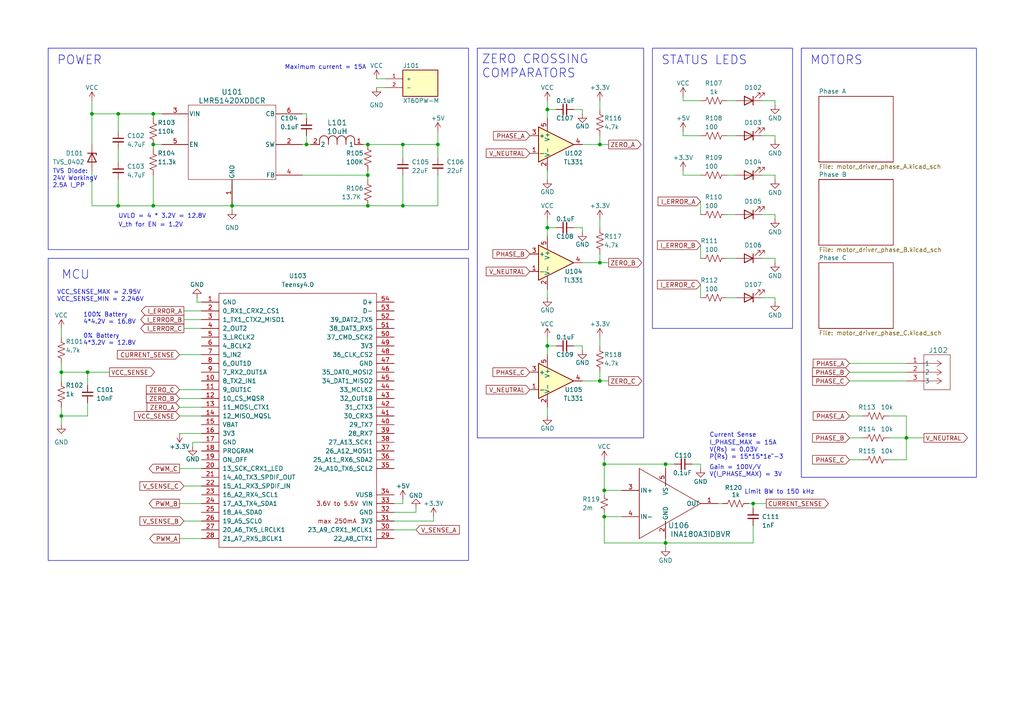
<source format=kicad_sch>
(kicad_sch (version 20230121) (generator eeschema)
  (paper "A4")
  (lib_symbols
    (symbol "Comparator:TL331" (pin_names (offset 0.127))
      (property "Reference" "U" (at 1.27 5.08 0))
      (property "Value" "TL331" (at 3.81 -5.08 0))
      (symbol "TL331_0_1"
        (polyline (pts (xy -5.08 5.08) (xy 5.08 0) (xy -5.08 -5.08) (xy -5.08 5.08)) (stroke (width 0.254)) (fill (type background)))
      )
      (symbol "TL331_1_1"
        (pin input line (at -7.62 -2.54 0) (length 2.54) (name "-") (number "1"))
        (pin power_in line (at -2.54 -7.62 90) (length 3.81) (name "V-") (number "2"))
        (pin input line (at -7.62 2.54 0) (length 2.54) (name "+") (number "3"))
        (pin open_collector line (at 7.62 0 180) (length 2.54) (name "~") (number "4"))
        (pin power_in line (at -2.54 7.62 270) (length 3.81) (name "V+") (number "5"))
      )
    )
    (symbol "Current_Sense_Amp:INA180A3IDBVR" (pin_names (offset 0.254))
      (property "Reference" "U5" (at 3.81 10.16 0))
      (property "Value" "INA180A3IDBVR" (at 10.16 7.62 0))
      (symbol "INA180A3IDBVR_0_1"
        (polyline (pts (xy -7.62 10.16) (xy -7.62 -10.16)) (stroke (width 0.2032)))
        (pin output line (at 15.24 0 180) (length 5.08) (name "OUT") (number "1"))
        (pin power_in line (at 0 -10.16 90) (length 5.08) (name "GND") (number "2"))
        (pin input line (at -12.7 3.81 0) (length 5.08) (name "IN+") (number "3"))
        (pin input line (at -12.7 -3.81 0) (length 5.08) (name "IN-") (number "4"))
        (pin power_in line (at 0 10.16 270) (length 5.08) (name "VS") (number "5"))
      )
      (symbol "INA180A3IDBVR_1_1"
        (polyline (pts (xy -7.62 -10.16) (xy 10.16 0)))
        (polyline (pts (xy -7.62 10.16) (xy 10.16 0)))
      )
    )
    (symbol "Device:C_Small" (pin_numbers hide) (pin_names (offset 0.254) hide)
      (property "Reference" "C" (at 0.254 1.778 0))
      (property "Value" "C_Small" (at 0.254 -2.032 0))
      (symbol "C_Small_0_1"
        (polyline (pts (xy -1.524 -0.508) (xy 1.524 -0.508)) (stroke (width 0.3302)))
        (polyline (pts (xy -1.524 0.508) (xy 1.524 0.508)) (stroke (width 0.3048)))
      )
      (symbol "C_Small_1_1"
        (pin passive line (at 0 2.54 270) (length 2.032) (name "~") (number "1"))
        (pin passive line (at 0 -2.54 90) (length 2.032) (name "~") (number "2"))
      )
    )
    (symbol "Device:D_Zener" (pin_numbers hide) (pin_names (offset 1.016) hide)
      (property "Reference" "D" (at 0 2.54 0))
      (property "Value" "D_Zener" (at 0 -2.54 0))
      (symbol "D_Zener_0_1"
        (polyline (pts (xy 1.27 0) (xy -1.27 0)))
        (polyline (pts (xy -1.27 -1.27) (xy -1.27 1.27) (xy -0.762 1.27)) (stroke (width 0.254)))
        (polyline (pts (xy 1.27 -1.27) (xy 1.27 1.27) (xy -1.27 0) (xy 1.27 -1.27)) (stroke (width 0.254)))
      )
      (symbol "D_Zener_1_1"
        (pin passive line (at -3.81 0 0) (length 2.54) (name "K") (number "1"))
        (pin passive line (at 3.81 0 180) (length 2.54) (name "A") (number "2"))
      )
    )
    (symbol "Device:LED" (pin_numbers hide) (pin_names (offset 1.016) hide)
      (property "Reference" "D" (at 0 2.54 0))
      (property "Value" "LED" (at 0 -2.54 0))
      (symbol "LED_0_1"
        (polyline (pts (xy -1.27 -1.27) (xy -1.27 1.27)) (stroke (width 0.254)))
        (polyline (pts (xy -1.27 0) (xy 1.27 0)))
        (polyline (pts (xy 1.27 -1.27) (xy 1.27 1.27) (xy -1.27 0) (xy 1.27 -1.27)) (stroke (width 0.254)))
        (polyline (pts (xy -3.048 -0.762) (xy -4.572 -2.286) (xy -3.81 -2.286) (xy -4.572 -2.286) (xy -4.572 -1.524)))
        (polyline (pts (xy -1.778 -0.762) (xy -3.302 -2.286) (xy -2.54 -2.286) (xy -3.302 -2.286) (xy -3.302 -1.524)))
      )
      (symbol "LED_1_1"
        (pin passive line (at -3.81 0 0) (length 2.54) (name "K") (number "1"))
        (pin passive line (at 3.81 0 180) (length 2.54) (name "A") (number "2"))
      )
    )
    (symbol "Device:R_Small_US" (pin_numbers hide) (pin_names (offset 0.254) hide)
      (property "Reference" "R" (at 0.762 0.508 0))
      (property "Value" "R_Small_US" (at 0.762 -1.016 0))
      (symbol "R_Small_US_1_1"
        (polyline (pts (xy 0 0) (xy 1.016 -0.381) (xy 0 -0.762) (xy -1.016 -1.143) (xy 0 -1.524)))
        (polyline (pts (xy 0 1.524) (xy 1.016 1.143) (xy 0 0.762) (xy -1.016 0.381) (xy 0 0)))
        (pin passive line (at 0 2.54 270) (length 1.016) (name "~") (number "1"))
        (pin passive line (at 0 -2.54 90) (length 1.016) (name "~") (number "2"))
      )
    )
    (symbol "Device:R_US" (pin_numbers hide) (pin_names (offset 0))
      (property "Reference" "R" (at 2.54 0 90))
      (property "Value" "R_US" (at -2.54 0 90))
      (symbol "R_US_0_1"
        (polyline (pts (xy 0 -2.286) (xy 0 -2.54)))
        (polyline (pts (xy 0 2.286) (xy 0 2.54)))
        (polyline (pts (xy 0 -0.762) (xy 1.016 -1.143) (xy 0 -1.524) (xy -1.016 -1.905) (xy 0 -2.286)))
        (polyline (pts (xy 0 0.762) (xy 1.016 0.381) (xy 0 0) (xy -1.016 -0.381) (xy 0 -0.762)))
        (polyline (pts (xy 0 2.286) (xy 1.016 1.905) (xy 0 1.524) (xy -1.016 1.143) (xy 0 0.762)))
      )
      (symbol "R_US_1_1"
        (pin passive line (at 0 3.81 270) (length 1.27) (name "~") (number "1"))
        (pin passive line (at 0 -3.81 90) (length 1.27) (name "~") (number "2"))
      )
    )
    (symbol "Indcutor:SRP6540-2R2M" (pin_names (offset 0.254))
      (property "Reference" "L" (at 6.985 5.08 0))
      (property "Value" "SRP6540-2R2M" (at 6.985 -2.54 0))
      (symbol "SRP6540-2R2M_1_1"
        (polyline (pts (xy 2.54 0) (xy 2.54 1.27)) (stroke (width 0.2032)))
        (polyline (pts (xy 5.08 0) (xy 5.08 1.27)) (stroke (width 0.2032)))
        (polyline (pts (xy 7.62 0) (xy 7.62 1.27)) (stroke (width 0.2032)))
        (polyline (pts (xy 10.16 0) (xy 10.16 1.27)) (stroke (width 0.2032)))
        (polyline (pts (xy 12.7 0) (xy 12.7 1.27)) (stroke (width 0.2032)))
        (arc (start 5.08 1.27) (mid 3.81 2.5345) (end 2.54 1.27) (stroke (width 0.2032)))
        (arc (start 7.62 1.27) (mid 6.35 2.5345) (end 5.08 1.27) (stroke (width 0.2032)))
        (arc (start 10.16 1.27) (mid 8.89 2.5345) (end 7.62 1.27) (stroke (width 0.2032)))
        (arc (start 12.7 1.27) (mid 11.43 2.5345) (end 10.16 1.27) (stroke (width 0.2032)))
        (pin unspecified line (at 15.24 0 180) (length 2.54) (name "1") (number "1"))
        (pin unspecified line (at 0 0 0) (length 2.54) (name "2") (number "2"))
      )
      (symbol "SRP6540-2R2M_1_2"
        (arc (start -1.27 5.08) (mid -2.5345 3.81) (end -1.27 2.54) (stroke (width 0.2032)))
        (arc (start -1.27 7.62) (mid -2.5345 6.35) (end -1.27 5.08) (stroke (width 0.2032)))
        (arc (start -1.27 10.16) (mid -2.5345 8.89) (end -1.27 7.62) (stroke (width 0.2032)))
        (arc (start -1.27 12.7) (mid -2.5345 11.43) (end -1.27 10.16) (stroke (width 0.2032)))
        (polyline (pts (xy 0 2.54) (xy -1.27 2.54)) (stroke (width 0.2032)))
        (polyline (pts (xy 0 5.08) (xy -1.27 5.08)) (stroke (width 0.2032)))
        (polyline (pts (xy 0 7.62) (xy -1.27 7.62)) (stroke (width 0.2032)))
        (polyline (pts (xy 0 10.16) (xy -1.27 10.16)) (stroke (width 0.2032)))
        (polyline (pts (xy 0 12.7) (xy -1.27 12.7)) (stroke (width 0.2032)))
        (pin unspecified line (at 0 15.24 270) (length 2.54) (name "1") (number "1"))
        (pin unspecified line (at 0 0 90) (length 2.54) (name "2") (number "2"))
      )
    )
    (symbol "Molex:39303037" (pin_names (offset 0.254))
      (property "Reference" "J" (at 8.89 6.35 0))
      (property "Value" "39303037" (at 0 0 0))
      (symbol "39303037_1_1"
        (polyline (pts (xy 5.08 -7.62) (xy 12.7 -7.62)) (stroke (width 0.127)))
        (polyline (pts (xy 5.08 2.54) (xy 5.08 -7.62)) (stroke (width 0.127)))
        (polyline (pts (xy 10.16 -5.08) (xy 5.08 -5.08)) (stroke (width 0.127)))
        (polyline (pts (xy 10.16 -5.08) (xy 8.89 -5.9267)) (stroke (width 0.127)))
        (polyline (pts (xy 10.16 -5.08) (xy 8.89 -4.2333)) (stroke (width 0.127)))
        (polyline (pts (xy 10.16 -2.54) (xy 5.08 -2.54)) (stroke (width 0.127)))
        (polyline (pts (xy 10.16 -2.54) (xy 8.89 -3.3867)) (stroke (width 0.127)))
        (polyline (pts (xy 10.16 -2.54) (xy 8.89 -1.6933)) (stroke (width 0.127)))
        (polyline (pts (xy 10.16 0) (xy 5.08 0)) (stroke (width 0.127)))
        (polyline (pts (xy 10.16 0) (xy 8.89 -0.8467)) (stroke (width 0.127)))
        (polyline (pts (xy 10.16 0) (xy 8.89 0.8467)) (stroke (width 0.127)))
        (polyline (pts (xy 12.7 -7.62) (xy 12.7 2.54)) (stroke (width 0.127)))
        (polyline (pts (xy 12.7 2.54) (xy 5.08 2.54)) (stroke (width 0.127)))
        (pin unspecified line (at 0 0 0) (length 5.08) (name "1") (number "1"))
        (pin unspecified line (at 0 -2.54 0) (length 5.08) (name "2") (number "2"))
        (pin unspecified line (at 0 -5.08 0) (length 5.08) (name "3") (number "3"))
      )
      (symbol "39303037_1_2"
        (polyline (pts (xy 5.08 -7.62) (xy 12.7 -7.62)) (stroke (width 0.127)))
        (polyline (pts (xy 5.08 2.54) (xy 5.08 -7.62)) (stroke (width 0.127)))
        (polyline (pts (xy 7.62 -5.08) (xy 5.08 -5.08)) (stroke (width 0.127)))
        (polyline (pts (xy 7.62 -5.08) (xy 8.89 -5.9267)) (stroke (width 0.127)))
        (polyline (pts (xy 7.62 -5.08) (xy 8.89 -4.2333)) (stroke (width 0.127)))
        (polyline (pts (xy 7.62 -2.54) (xy 5.08 -2.54)) (stroke (width 0.127)))
        (polyline (pts (xy 7.62 -2.54) (xy 8.89 -3.3867)) (stroke (width 0.127)))
        (polyline (pts (xy 7.62 -2.54) (xy 8.89 -1.6933)) (stroke (width 0.127)))
        (polyline (pts (xy 7.62 0) (xy 5.08 0)) (stroke (width 0.127)))
        (polyline (pts (xy 7.62 0) (xy 8.89 -0.8467)) (stroke (width 0.127)))
        (polyline (pts (xy 7.62 0) (xy 8.89 0.8467)) (stroke (width 0.127)))
        (polyline (pts (xy 12.7 -7.62) (xy 12.7 2.54)) (stroke (width 0.127)))
        (polyline (pts (xy 12.7 2.54) (xy 5.08 2.54)) (stroke (width 0.127)))
        (pin unspecified line (at 0 0 0) (length 5.08) (name "1") (number "1"))
        (pin unspecified line (at 0 -2.54 0) (length 5.08) (name "2") (number "2"))
        (pin unspecified line (at 0 -5.08 0) (length 5.08) (name "3") (number "3"))
      )
    )
    (symbol "TI_Buck_Converter:LMR51420XDDCR" (pin_names (offset 0.254))
      (property "Reference" "U1" (at 20.32 8.89 0))
      (property "Value" "LMR51420XDDCR" (at 20.32 6.35 0))
      (symbol "LMR51420XDDCR_0_1"
        (polyline (pts (xy 7.62 -16.51) (xy 33.02 -16.51)) (stroke (width 0.127)))
        (polyline (pts (xy 7.62 5.08) (xy 7.62 -16.51)) (stroke (width 0.127)))
        (polyline (pts (xy 33.02 -16.51) (xy 33.02 5.08)) (stroke (width 0.127)))
        (polyline (pts (xy 33.02 5.08) (xy 7.62 5.08)) (stroke (width 0.127)))
        (pin output line (at 40.64 -6.35 180) (length 7.62) (name "SW") (number "2"))
        (pin input line (at 40.64 -15.24 180) (length 7.62) (name "FB") (number "4"))
        (pin input line (at 0 -6.35 0) (length 7.62) (name "EN") (number "5"))
      )
      (symbol "LMR51420XDDCR_1_1"
        (pin power_out line (at 20.32 -24.13 90) (length 7.62) (name "GND") (number "1"))
        (pin power_in line (at 0 2.54 0) (length 7.62) (name "VIN") (number "3"))
        (pin input line (at 40.64 2.54 180) (length 7.62) (name "CB") (number "6"))
      )
    )
    (symbol "XT60:XT60PW-M" (pin_names (offset 1.016))
      (property "Reference" "J" (at -5.08 5.7234 0))
      (property "Value" "XT60PW-M" (at -5.08 -5.0923 0))
      (symbol "XT60PW-M_0_0"
        (rectangle (start -5.08 -2.54) (end 5.08 5.08) (stroke (width 0.254)) (fill (type background)))
        (pin passive line (at -10.16 2.54 0) (length 5.08) (name "+") (number "1"))
        (pin passive line (at -10.16 0 0) (length 5.08) (name "-") (number "2"))
      )
    )
    (symbol "power:+3.3V" (power) (pin_names (offset 0))
      (property "Value" "+3.3V" (at 0 3.556 0))
      (symbol "+3.3V_0_1"
        (polyline (pts (xy -0.762 1.27) (xy 0 2.54)))
        (polyline (pts (xy 0 0) (xy 0 2.54)))
        (polyline (pts (xy 0 2.54) (xy 0.762 1.27)))
      )
      (symbol "+3.3V_1_1"
        (pin power_in line (at 0 0 90) (length 0) hide (name "+3.3V") (number "1"))
      )
    )
    (symbol "power:+5V" (power) (pin_names (offset 0))
      (property "Value" "+5V" (at 0 3.556 0))
      (symbol "+5V_0_1"
        (polyline (pts (xy -0.762 1.27) (xy 0 2.54)))
        (polyline (pts (xy 0 0) (xy 0 2.54)))
        (polyline (pts (xy 0 2.54) (xy 0.762 1.27)))
      )
      (symbol "+5V_1_1"
        (pin power_in line (at 0 0 90) (length 0) hide (name "+5V") (number "1"))
      )
    )
    (symbol "power:GND" (power) (pin_names (offset 0))
      (property "Value" "GND" (at 0 -3.81 0))
      (symbol "GND_0_1"
        (polyline (pts (xy 0 0) (xy 0 -1.27) (xy 1.27 -1.27) (xy 0 -2.54) (xy -1.27 -1.27) (xy 0 -1.27)))
      )
      (symbol "GND_1_1"
        (pin power_in line (at 0 0 270) (length 0) hide (name "GND") (number "1"))
      )
    )
    (symbol "power:VCC" (power) (pin_names (offset 0))
      (property "Value" "VCC" (at 0 3.81 0))
      (symbol "VCC_0_1"
        (polyline (pts (xy -0.762 1.27) (xy 0 2.54)))
        (polyline (pts (xy 0 0) (xy 0 2.54)))
        (polyline (pts (xy 0 2.54) (xy 0.762 1.27)))
      )
      (symbol "VCC_1_1"
        (pin power_in line (at 0 0 90) (length 0) hide (name "VCC") (number "1"))
      )
    )
    (symbol "teensy:Teensy4.0" (pin_names (offset 1.016))
      (property "Reference" "U" (at 0 39.37 0))
      (property "Value" "Teensy4.0" (at 0 -39.37 0))
      (symbol "Teensy4.0_0_0"
        (text "3.6V to 5.5V" (at 11.43 -24.13 0) (effects (font (size 1.27 1.27))))
        (text "max 250mA" (at 11.43 -29.21 0) (effects (font (size 1.27 1.27))))
        (pin bidirectional line (at -27.94 11.43 0) (length 5.08) (name "8_TX2_IN1") (number "10"))
        (pin bidirectional line (at -27.94 8.89 0) (length 5.08) (name "9_OUT1C") (number "11"))
        (pin bidirectional line (at -27.94 6.35 0) (length 5.08) (name "10_CS_MQSR") (number "12"))
        (pin bidirectional line (at -27.94 3.81 0) (length 5.08) (name "11_MOSI_CTX1") (number "13"))
        (pin bidirectional line (at -27.94 1.27 0) (length 5.08) (name "12_MISO_MQSL") (number "14"))
        (pin power_in line (at -27.94 -1.27 0) (length 5.08) (name "VBAT") (number "15"))
        (pin power_in line (at -27.94 -3.81 0) (length 5.08) (name "3V3") (number "16"))
        (pin power_in line (at -27.94 -6.35 0) (length 5.08) (name "GND") (number "17"))
        (pin input line (at -27.94 -8.89 0) (length 5.08) (name "PROGRAM") (number "18"))
        (pin input line (at -27.94 -11.43 0) (length 5.08) (name "ON_OFF") (number "19"))
        (pin bidirectional line (at -27.94 -13.97 0) (length 5.08) (name "13_SCK_CRX1_LED") (number "20"))
        (pin bidirectional line (at -27.94 -16.51 0) (length 5.08) (name "14_A0_TX3_SPDIF_OUT") (number "21"))
        (pin bidirectional line (at -27.94 -19.05 0) (length 5.08) (name "15_A1_RX3_SPDIF_IN") (number "22"))
        (pin bidirectional line (at -27.94 -21.59 0) (length 5.08) (name "16_A2_RX4_SCL1") (number "23"))
        (pin bidirectional line (at -27.94 -24.13 0) (length 5.08) (name "17_A3_TX4_SDA1") (number "24"))
        (pin bidirectional line (at -27.94 -26.67 0) (length 5.08) (name "18_A4_SDA0") (number "25"))
        (pin bidirectional line (at -27.94 -29.21 0) (length 5.08) (name "19_A5_SCL0") (number "26"))
        (pin bidirectional line (at -27.94 -31.75 0) (length 5.08) (name "20_A6_TX5_LRCLK1") (number "27"))
        (pin bidirectional line (at -27.94 -34.29 0) (length 5.08) (name "21_A7_RX5_BCLK1") (number "28"))
        (pin bidirectional line (at 27.94 -34.29 180) (length 5.08) (name "22_A8_CTX1") (number "29"))
        (pin bidirectional line (at 27.94 -31.75 180) (length 5.08) (name "23_A9_CRX1_MCLK1") (number "30"))
        (pin power_out line (at 27.94 -29.21 180) (length 5.08) (name "3V3") (number "31"))
        (pin power_in line (at 27.94 -26.67 180) (length 5.08) (name "GND") (number "32"))
        (pin power_in line (at 27.94 -24.13 180) (length 5.08) (name "VIN") (number "33"))
        (pin power_out line (at 27.94 -21.59 180) (length 5.08) (name "VUSB") (number "34"))
        (pin bidirectional line (at 27.94 -13.97 180) (length 5.08) (name "24_A10_TX6_SCL2") (number "35"))
        (pin bidirectional line (at 27.94 -11.43 180) (length 5.08) (name "25_A11_RX6_SDA2") (number "36"))
        (pin bidirectional line (at 27.94 -8.89 180) (length 5.08) (name "26_A12_MOSI1") (number "37"))
        (pin bidirectional line (at 27.94 -6.35 180) (length 5.08) (name "27_A13_SCK1") (number "38"))
        (pin bidirectional line (at 27.94 -3.81 180) (length 5.08) (name "28_RX7") (number "39"))
        (pin bidirectional line (at 27.94 -1.27 180) (length 5.08) (name "29_TX7") (number "40"))
        (pin bidirectional line (at 27.94 1.27 180) (length 5.08) (name "30_CRX3") (number "41"))
        (pin bidirectional line (at 27.94 3.81 180) (length 5.08) (name "31_CTX3") (number "42"))
        (pin bidirectional line (at 27.94 6.35 180) (length 5.08) (name "32_OUT1B") (number "43"))
        (pin bidirectional line (at 27.94 8.89 180) (length 5.08) (name "33_MCLK2") (number "44"))
        (pin bidirectional line (at 27.94 11.43 180) (length 5.08) (name "34_DAT1_MISO2") (number "45"))
        (pin bidirectional line (at 27.94 13.97 180) (length 5.08) (name "35_DAT0_MOSI2") (number "46"))
        (pin power_out line (at 27.94 16.51 180) (length 5.08) (name "GND") (number "47"))
        (pin bidirectional line (at 27.94 19.05 180) (length 5.08) (name "36_CLK_CS2") (number "48"))
        (pin power_out line (at 27.94 21.59 180) (length 5.08) (name "3V3") (number "49"))
        (pin bidirectional line (at -27.94 24.13 0) (length 5.08) (name "3_LRCLK2") (number "5"))
        (pin bidirectional line (at 27.94 24.13 180) (length 5.08) (name "37_CMD_SCK2") (number "50"))
        (pin bidirectional line (at 27.94 26.67 180) (length 5.08) (name "38_DAT3_RX5") (number "51"))
        (pin bidirectional line (at 27.94 29.21 180) (length 5.08) (name "39_DAT2_TX5") (number "52"))
        (pin bidirectional line (at 27.94 31.75 180) (length 5.08) (name "D-") (number "53"))
        (pin bidirectional line (at 27.94 34.29 180) (length 5.08) (name "D+") (number "54"))
        (pin bidirectional line (at -27.94 21.59 0) (length 5.08) (name "4_BCLK2") (number "6"))
        (pin bidirectional line (at -27.94 19.05 0) (length 5.08) (name "5_IN2") (number "7"))
        (pin bidirectional line (at -27.94 16.51 0) (length 5.08) (name "6_OUT1D") (number "8"))
        (pin bidirectional line (at -27.94 13.97 0) (length 5.08) (name "7_RX2_OUT1A") (number "9"))
      )
      (symbol "Teensy4.0_0_1"
        (rectangle (start -22.86 36.83) (end 22.86 -36.83))
        (rectangle (start -20.32 -31.75) (end -20.32 -31.75))
      )
      (symbol "Teensy4.0_1_1"
        (pin power_in line (at -27.94 34.29 0) (length 5.08) (name "GND") (number "1"))
        (pin bidirectional line (at -27.94 31.75 0) (length 5.08) (name "0_RX1_CRX2_CS1") (number "2"))
        (pin bidirectional line (at -27.94 29.21 0) (length 5.08) (name "1_TX1_CTX2_MISO1") (number "3"))
        (pin bidirectional line (at -27.94 26.67 0) (length 5.08) (name "2_OUT2") (number "4"))
      )
    )
  )
  (junction (at 25.4 107.95))
  (junction (at 88.9 41.91))
  (junction (at 106.68 59.69))
  (junction (at 158.75 100.33))
  (junction (at 116.84 59.69))
  (junction (at 175.26 134.62))
  (junction (at 67.31 59.69))
  (junction (at 26.67 33.02))
  (junction (at 158.75 31.75))
  (junction (at 34.29 33.02))
  (junction (at 175.26 142.24))
  (junction (at 173.99 76.2))
  (junction (at 173.99 110.49))
  (junction (at 44.45 33.02))
  (junction (at 127 41.91))
  (junction (at 173.99 41.91))
  (junction (at 106.68 50.8))
  (junction (at 193.04 134.62))
  (junction (at 116.84 41.91))
  (junction (at 218.44 146.05))
  (junction (at 17.78 107.95))
  (junction (at 44.45 41.91))
  (junction (at 193.04 157.48))
  (junction (at 175.26 149.86))
  (junction (at 44.45 59.69))
  (junction (at 17.78 120.65))
  (junction (at 158.75 66.04))
  (junction (at 34.29 59.69))
  (junction (at 262.89 127))
  (junction (at 106.68 41.91))
  (wire (pts (xy 173.99 107.95) (xy 173.99 110.49)))
  (wire (pts (xy 173.99 73.66) (xy 173.99 76.2)))
  (wire (pts (xy 58.42 156.21) (xy 52.07 156.21)))
  (wire (pts (xy 173.99 63.5) (xy 173.99 66.04)))
  (wire (pts (xy 257.81 133.35) (xy 262.89 133.35)))
  (wire (pts (xy 158.75 66.04) (xy 158.75 68.58)))
  (wire (pts (xy 127 41.91) (xy 127 38.1)))
  (wire (pts (xy 220.98 29.21) (xy 224.79 29.21)))
  (wire (pts (xy 257.81 127) (xy 262.89 127)))
  (wire (pts (xy 175.26 134.62) (xy 175.26 142.24)))
  (wire (pts (xy 193.04 134.62) (xy 195.58 134.62)))
  (wire (pts (xy 166.37 100.33) (xy 168.91 100.33)))
  (wire (pts (xy 88.9 33.02) (xy 88.9 34.29)))
  (wire (pts (xy 87.63 33.02) (xy 88.9 33.02)))
  (wire (pts (xy 246.38 105.41) (xy 262.89 105.41)))
  (wire (pts (xy 58.42 128.27) (xy 55.88 128.27)))
  (wire (pts (xy 34.29 33.02) (xy 34.29 38.1)))
  (wire (pts (xy 52.07 113.03) (xy 58.42 113.03)))
  (wire (pts (xy 58.42 151.13) (xy 53.34 151.13)))
  (wire (pts (xy 220.98 86.36) (xy 224.79 86.36)))
  (wire (pts (xy 175.26 149.86) (xy 175.26 157.48)))
  (wire (pts (xy 198.12 29.21) (xy 203.2 29.21)))
  (wire (pts (xy 168.91 100.33) (xy 168.91 101.6)))
  (wire (pts (xy 34.29 59.69) (xy 44.45 59.69)))
  (wire (pts (xy 116.84 50.8) (xy 116.84 59.69)))
  (wire (pts (xy 210.82 39.37) (xy 213.36 39.37)))
  (wire (pts (xy 168.91 66.04) (xy 168.91 67.31)))
  (wire (pts (xy 262.89 133.35) (xy 262.89 127)))
  (wire (pts (xy 34.29 52.07) (xy 34.29 59.69)))
  (wire (pts (xy 217.17 146.05) (xy 218.44 146.05)))
  (wire (pts (xy 88.9 41.91) (xy 90.17 41.91)))
  (wire (pts (xy 203.2 58.42) (xy 203.2 62.23)))
  (wire (pts (xy 166.37 66.04) (xy 168.91 66.04)))
  (wire (pts (xy 158.75 100.33) (xy 158.75 102.87)))
  (wire (pts (xy 158.75 66.04) (xy 161.29 66.04)))
  (wire (pts (xy 44.45 50.8) (xy 44.45 59.69)))
  (wire (pts (xy 53.34 92.71) (xy 58.42 92.71)))
  (wire (pts (xy 17.78 118.11) (xy 17.78 120.65)))
  (wire (pts (xy 58.42 135.89) (xy 52.07 135.89)))
  (wire (pts (xy 44.45 59.69) (xy 67.31 59.69)))
  (wire (pts (xy 67.31 59.69) (xy 67.31 60.96)))
  (wire (pts (xy 166.37 31.75) (xy 168.91 31.75)))
  (wire (pts (xy 257.81 120.65) (xy 262.89 120.65)))
  (wire (pts (xy 53.34 90.17) (xy 58.42 90.17)))
  (wire (pts (xy 106.68 59.69) (xy 116.84 59.69)))
  (wire (pts (xy 262.89 127) (xy 267.97 127)))
  (wire (pts (xy 173.99 39.37) (xy 173.99 41.91)))
  (wire (pts (xy 158.75 31.75) (xy 158.75 34.29)))
  (wire (pts (xy 88.9 39.37) (xy 88.9 41.91)))
  (wire (pts (xy 198.12 38.1) (xy 198.12 39.37)))
  (wire (pts (xy 25.4 111.76) (xy 25.4 107.95)))
  (wire (pts (xy 175.26 149.86) (xy 180.34 149.86)))
  (wire (pts (xy 120.65 148.59) (xy 120.65 147.32)))
  (wire (pts (xy 224.79 39.37) (xy 224.79 40.64)))
  (wire (pts (xy 127 41.91) (xy 127 45.72)))
  (wire (pts (xy 224.79 29.21) (xy 224.79 30.48)))
  (wire (pts (xy 52.07 115.57) (xy 58.42 115.57)))
  (wire (pts (xy 246.38 133.35) (xy 250.19 133.35)))
  (wire (pts (xy 67.31 59.69) (xy 106.68 59.69)))
  (wire (pts (xy 87.63 50.8) (xy 106.68 50.8)))
  (wire (pts (xy 193.04 135.89) (xy 193.04 134.62)))
  (wire (pts (xy 246.38 110.49) (xy 262.89 110.49)))
  (wire (pts (xy 114.3 151.13) (xy 125.73 151.13)))
  (wire (pts (xy 57.15 86.36) (xy 57.15 87.63)))
  (wire (pts (xy 158.75 31.75) (xy 161.29 31.75)))
  (wire (pts (xy 168.91 41.91) (xy 173.99 41.91)))
  (wire (pts (xy 116.84 146.05) (xy 116.84 144.78)))
  (wire (pts (xy 106.68 50.8) (xy 106.68 52.07)))
  (wire (pts (xy 218.44 146.05) (xy 222.25 146.05)))
  (wire (pts (xy 114.3 153.67) (xy 120.65 153.67)))
  (wire (pts (xy 158.75 63.5) (xy 158.75 66.04)))
  (wire (pts (xy 193.04 157.48) (xy 218.44 157.48)))
  (wire (pts (xy 17.78 107.95) (xy 17.78 110.49)))
  (wire (pts (xy 26.67 33.02) (xy 26.67 41.91)))
  (wire (pts (xy 25.4 107.95) (xy 31.75 107.95)))
  (wire (pts (xy 158.75 100.33) (xy 161.29 100.33)))
  (wire (pts (xy 173.99 110.49) (xy 176.53 110.49)))
  (wire (pts (xy 218.44 152.4) (xy 218.44 157.48)))
  (wire (pts (xy 26.67 49.53) (xy 26.67 59.69)))
  (wire (pts (xy 200.66 134.62) (xy 203.2 134.62)))
  (wire (pts (xy 158.75 118.11) (xy 158.75 120.65)))
  (wire (pts (xy 224.79 50.8) (xy 224.79 52.07)))
  (wire (pts (xy 193.04 156.21) (xy 193.04 157.48)))
  (wire (pts (xy 168.91 110.49) (xy 173.99 110.49)))
  (wire (pts (xy 116.84 41.91) (xy 116.84 45.72)))
  (wire (pts (xy 109.22 25.4) (xy 111.76 25.4)))
  (wire (pts (xy 114.3 148.59) (xy 120.65 148.59)))
  (wire (pts (xy 87.63 41.91) (xy 88.9 41.91)))
  (wire (pts (xy 224.79 86.36) (xy 224.79 87.63)))
  (wire (pts (xy 210.82 50.8) (xy 213.36 50.8)))
  (wire (pts (xy 208.28 146.05) (xy 209.55 146.05)))
  (wire (pts (xy 34.29 33.02) (xy 44.45 33.02)))
  (wire (pts (xy 173.99 29.21) (xy 173.99 31.75)))
  (wire (pts (xy 116.84 59.69) (xy 127 59.69)))
  (wire (pts (xy 175.26 148.59) (xy 175.26 149.86)))
  (wire (pts (xy 218.44 146.05) (xy 218.44 147.32)))
  (wire (pts (xy 246.38 127) (xy 250.19 127)))
  (wire (pts (xy 193.04 157.48) (xy 193.04 158.75)))
  (wire (pts (xy 44.45 41.91) (xy 44.45 43.18)))
  (wire (pts (xy 158.75 49.53) (xy 158.75 52.07)))
  (wire (pts (xy 25.4 116.84) (xy 25.4 120.65)))
  (wire (pts (xy 175.26 142.24) (xy 175.26 143.51)))
  (wire (pts (xy 17.78 120.65) (xy 17.78 123.19)))
  (wire (pts (xy 203.2 39.37) (xy 198.12 39.37)))
  (wire (pts (xy 173.99 97.79) (xy 173.99 100.33)))
  (wire (pts (xy 114.3 146.05) (xy 116.84 146.05)))
  (wire (pts (xy 220.98 50.8) (xy 224.79 50.8)))
  (wire (pts (xy 17.78 105.41) (xy 17.78 107.95)))
  (wire (pts (xy 17.78 95.25) (xy 17.78 97.79)))
  (wire (pts (xy 53.34 95.25) (xy 58.42 95.25)))
  (wire (pts (xy 246.38 107.95) (xy 262.89 107.95)))
  (wire (pts (xy 26.67 33.02) (xy 34.29 33.02)))
  (wire (pts (xy 58.42 87.63) (xy 57.15 87.63)))
  (wire (pts (xy 158.75 97.79) (xy 158.75 100.33)))
  (wire (pts (xy 109.22 22.86) (xy 111.76 22.86)))
  (wire (pts (xy 175.26 134.62) (xy 193.04 134.62)))
  (wire (pts (xy 106.68 41.91) (xy 116.84 41.91)))
  (wire (pts (xy 203.2 82.55) (xy 203.2 86.36)))
  (wire (pts (xy 175.26 133.35) (xy 175.26 134.62)))
  (wire (pts (xy 173.99 41.91) (xy 176.53 41.91)))
  (wire (pts (xy 158.75 29.21) (xy 158.75 31.75)))
  (wire (pts (xy 224.79 74.93) (xy 224.79 76.2)))
  (wire (pts (xy 58.42 120.65) (xy 52.07 120.65)))
  (wire (pts (xy 175.26 157.48) (xy 193.04 157.48)))
  (wire (pts (xy 210.82 62.23) (xy 213.36 62.23)))
  (wire (pts (xy 210.82 74.93) (xy 213.36 74.93)))
  (wire (pts (xy 106.68 49.53) (xy 106.68 50.8)))
  (wire (pts (xy 262.89 120.65) (xy 262.89 127)))
  (wire (pts (xy 158.75 83.82) (xy 158.75 86.36)))
  (wire (pts (xy 198.12 27.94) (xy 198.12 29.21)))
  (wire (pts (xy 203.2 71.12) (xy 203.2 74.93)))
  (wire (pts (xy 125.73 151.13) (xy 125.73 149.86)))
  (wire (pts (xy 198.12 50.8) (xy 203.2 50.8)))
  (wire (pts (xy 58.42 146.05) (xy 52.07 146.05)))
  (wire (pts (xy 198.12 49.53) (xy 198.12 50.8)))
  (wire (pts (xy 52.07 118.11) (xy 58.42 118.11)))
  (wire (pts (xy 224.79 62.23) (xy 224.79 63.5)))
  (wire (pts (xy 210.82 29.21) (xy 213.36 29.21)))
  (wire (pts (xy 26.67 29.21) (xy 26.67 33.02)))
  (wire (pts (xy 168.91 31.75) (xy 168.91 33.02)))
  (wire (pts (xy 52.07 125.73) (xy 58.42 125.73)))
  (wire (pts (xy 46.99 41.91) (xy 44.45 41.91)))
  (wire (pts (xy 127 50.8) (xy 127 59.69)))
  (wire (pts (xy 58.42 102.87) (xy 52.07 102.87)))
  (wire (pts (xy 67.31 53.34) (xy 67.31 59.69)))
  (wire (pts (xy 168.91 76.2) (xy 173.99 76.2)))
  (wire (pts (xy 53.34 140.97) (xy 58.42 140.97)))
  (wire (pts (xy 220.98 39.37) (xy 224.79 39.37)))
  (wire (pts (xy 203.2 135.89) (xy 203.2 134.62)))
  (wire (pts (xy 220.98 62.23) (xy 224.79 62.23)))
  (wire (pts (xy 44.45 33.02) (xy 46.99 33.02)))
  (wire (pts (xy 105.41 41.91) (xy 106.68 41.91)))
  (wire (pts (xy 246.38 120.65) (xy 250.19 120.65)))
  (wire (pts (xy 173.99 76.2) (xy 176.53 76.2)))
  (wire (pts (xy 116.84 41.91) (xy 127 41.91)))
  (wire (pts (xy 210.82 86.36) (xy 213.36 86.36)))
  (wire (pts (xy 44.45 33.02) (xy 44.45 34.29)))
  (wire (pts (xy 55.88 128.27) (xy 55.88 129.54)))
  (wire (pts (xy 220.98 74.93) (xy 224.79 74.93)))
  (wire (pts (xy 175.26 142.24) (xy 180.34 142.24)))
  (wire (pts (xy 26.67 59.69) (xy 34.29 59.69)))
  (wire (pts (xy 25.4 107.95) (xy 17.78 107.95)))
  (wire (pts (xy 17.78 120.65) (xy 25.4 120.65)))
  (wire (pts (xy 34.29 43.18) (xy 34.29 46.99)))
  (rectangle (start 13.97 13.97) (end 135.89 72.39))
  (rectangle (start 138.43 13.97) (end 186.69 127))
  (rectangle (start 13.97 74.93) (end 135.89 162.56))
  (rectangle (start 189.23 13.97) (end 229.87 95.25))
  (rectangle (start 232.41 13.97) (end 283.21 138.43))
  (text "Limit BW to 150 kHz" (at 215.9 143.51 0) (effects (font (size 1.27 1.27)) (justify left bottom)))
  (text "Current Sense" (at 205.74 127 0) (effects (font (size 1.27 1.27)) (justify left bottom)))
  (text "I_PHASE_MAX = 15A\nV(Rs) = 0.03V\nP(Rs) = 15*15*1e^-3" (at 205.74 133.35 0) (effects (font (size 1.27 1.27)) (justify left bottom)))
  (text "VCC_SENSE_MAX = 2.95V\nVCC_SENSE_MIN = 2.246V" (at 16.51 87.63 0) (effects (font (size 1.27 1.27)) (justify left bottom)))
  (text "TVS Diode:\n24V WorkingV\n2.5A I_PP" (at 15.24 54.61 0) (effects (font (size 1.27 1.27)) (justify left bottom)))
  (text "100% Battery\n4*4.2V = 16.8V\n\n0% Battery\n4*3.2V = 12.8V" (at 24.13 100.33 0) (effects (font (size 1.27 1.27)) (justify left bottom)))
  (text "MCU" (at 17.78 81.28 0) (effects (font (size 2.54 2.54)) (justify left bottom)))
  (text "STATUS LEDS" (at 191.77 19.05 0) (effects (font (size 2.54 2.54)) (justify left bottom)))
  (text "UVLO = 4 * 3.2V = 12.8V\n" (at 34.29 63.5 0) (effects (font (size 1.27 1.27)) (justify left bottom)))
  (text "MOTORS" (at 234.95 19.05 0) (effects (font (size 2.54 2.54)) (justify left bottom)))
  (text "Gain = 100V/V\nV(I_PHASE_MAX) = 3V" (at 205.74 138.43 0) (effects (font (size 1.27 1.27)) (justify left bottom)))
  (text "V_th for EN = 1.2V" (at 34.29 66.04 0) (effects (font (size 1.27 1.27)) (justify left bottom)))
  (text "Maximum current = 15A" (at 82.55 20.32 0) (effects (font (size 1.27 1.27)) (justify left bottom)))
  (text "POWER" (at 16.51 19.05 0) (effects (font (size 2.54 2.54)) (justify left bottom)))
  (text "ZERO CROSSING \nCOMPARATORS" (at 139.7 22.86 0) (effects (font (size 2.54 2.54)) (justify left bottom)))
  (global_label "V_NEUTRAL" (shape input) (at 153.67 44.45 180) (property "Intersheetrefs" "${INTERSHEET_REFS}" (effects hide)))
  (global_label "PWM_A" (shape output) (at 52.07 156.21 180) (property "Intersheetrefs" "${INTERSHEET_REFS}" (effects hide)))
  (global_label "PHASE_A" (shape input) (at 246.38 105.41 180) (property "Intersheetrefs" "${INTERSHEET_REFS}" (effects hide)))
  (global_label "I_ERROR_C" (shape output) (at 53.34 95.25 180) (property "Intersheetrefs" "${INTERSHEET_REFS}" (effects hide)))
  (global_label "ZERO_A" (shape output) (at 176.53 41.91 0) (property "Intersheetrefs" "${INTERSHEET_REFS}" (effects hide)))
  (global_label "VCC_SENSE" (shape output) (at 31.75 107.95 0) (property "Intersheetrefs" "${INTERSHEET_REFS}" (effects hide)))
  (global_label "V_NEUTRAL" (shape output) (at 267.97 127 0) (property "Intersheetrefs" "${INTERSHEET_REFS}" (effects hide)))
  (global_label "V_NEUTRAL" (shape input) (at 153.67 113.03 180) (property "Intersheetrefs" "${INTERSHEET_REFS}" (effects hide)))
  (global_label "ZERO_C" (shape output) (at 176.53 110.49 0) (property "Intersheetrefs" "${INTERSHEET_REFS}" (effects hide)))
  (global_label "ZERO_B" (shape output) (at 176.53 76.2 0) (property "Intersheetrefs" "${INTERSHEET_REFS}" (effects hide)))
  (global_label "PWM_C" (shape output) (at 52.07 135.89 180) (property "Intersheetrefs" "${INTERSHEET_REFS}" (effects hide)))
  (global_label "I_ERROR_B" (shape input) (at 203.2 71.12 180) (property "Intersheetrefs" "${INTERSHEET_REFS}" (effects hide)))
  (global_label "ZERO_C" (shape input) (at 52.07 113.03 180) (property "Intersheetrefs" "${INTERSHEET_REFS}" (effects hide)))
  (global_label "I_ERROR_C" (shape input) (at 203.2 82.55 180) (property "Intersheetrefs" "${INTERSHEET_REFS}" (effects hide)))
  (global_label "PHASE_A" (shape input) (at 246.38 120.65 180) (property "Intersheetrefs" "${INTERSHEET_REFS}" (effects hide)))
  (global_label "V_SENSE_B" (shape input) (at 53.34 151.13 180) (property "Intersheetrefs" "${INTERSHEET_REFS}" (effects hide)))
  (global_label "PWM_B" (shape output) (at 52.07 146.05 180) (property "Intersheetrefs" "${INTERSHEET_REFS}" (effects hide)))
  (global_label "V_SENSE_A" (shape input) (at 120.65 153.67 0) (property "Intersheetrefs" "${INTERSHEET_REFS}" (effects hide)))
  (global_label "ZERO_A" (shape input) (at 52.07 118.11 180) (property "Intersheetrefs" "${INTERSHEET_REFS}" (effects hide)))
  (global_label "PHASE_B" (shape input) (at 246.38 107.95 180) (property "Intersheetrefs" "${INTERSHEET_REFS}" (effects hide)))
  (global_label "PHASE_C" (shape input) (at 246.38 133.35 180) (property "Intersheetrefs" "${INTERSHEET_REFS}" (effects hide)))
  (global_label "PHASE_B" (shape input) (at 246.38 127 180) (property "Intersheetrefs" "${INTERSHEET_REFS}" (effects hide)))
  (global_label "PHASE_C" (shape input) (at 246.38 110.49 180) (property "Intersheetrefs" "${INTERSHEET_REFS}" (effects hide)))
  (global_label "PHASE_B" (shape input) (at 153.67 73.66 180) (property "Intersheetrefs" "${INTERSHEET_REFS}" (effects hide)))
  (global_label "V_NEUTRAL" (shape input) (at 153.67 78.74 180) (property "Intersheetrefs" "${INTERSHEET_REFS}" (effects hide)))
  (global_label "V_SENSE_C" (shape input) (at 53.34 140.97 180) (property "Intersheetrefs" "${INTERSHEET_REFS}" (effects hide)))
  (global_label "PHASE_C" (shape input) (at 153.67 107.95 180) (property "Intersheetrefs" "${INTERSHEET_REFS}" (effects hide)))
  (global_label "ZERO_B" (shape input) (at 52.07 115.57 180) (property "Intersheetrefs" "${INTERSHEET_REFS}" (effects hide)))
  (global_label "VCC_SENSE" (shape input) (at 52.07 120.65 180) (property "Intersheetrefs" "${INTERSHEET_REFS}" (effects hide)))
  (global_label "I_ERROR_A" (shape output) (at 53.34 90.17 180) (property "Intersheetrefs" "${INTERSHEET_REFS}" (effects hide)))
  (global_label "I_ERROR_B" (shape output) (at 53.34 92.71 180) (property "Intersheetrefs" "${INTERSHEET_REFS}" (effects hide)))
  (global_label "CURRENT_SENSE" (shape input) (at 52.07 102.87 180) (property "Intersheetrefs" "${INTERSHEET_REFS}" (effects hide)))
  (global_label "I_ERROR_A" (shape input) (at 203.2 58.42 180) (property "Intersheetrefs" "${INTERSHEET_REFS}" (effects hide)))
  (global_label "CURRENT_SENSE" (shape output) (at 222.25 146.05 0) (property "Intersheetrefs" "${INTERSHEET_REFS}" (effects hide)))
  (global_label "PHASE_A" (shape input) (at 153.67 39.37 180) (property "Intersheetrefs" "${INTERSHEET_REFS}" (effects hide)))
  (symbol (lib_id "power:+5V") (at 198.12 38.1 0) (unit 1)
    (property "Reference" "#PWR0117" (effects hide))
    (property "Value" "+5V" (at 198.12 34.29 0))
  )
  (symbol (lib_id "Device:R_US") (at 44.45 38.1 0) (unit 1)
    (property "Reference" "R103" (at 45.72 35.56 0) (effects (justify left)))
    (property "Value" "110k" (at 45.72 38.1 0) (effects (justify left)))
    (property "Footprint" "Resistor_SMD:R_0603_1608Metric" (effects hide))
  )
  (symbol (lib_id "Device:C_Small") (at 218.44 149.86 180) (unit 1)
    (property "Reference" "C111" (at 220.98 149.86 0) (effects (justify right)))
    (property "Value" "1nF" (at 220.98 152.4 0) (effects (justify right)))
    (property "Footprint" "Capacitor_SMD:C_0603_1608Metric" (effects hide))
  )
  (symbol (lib_id "Device:R_US") (at 173.99 35.56 0) (unit 1)
    (property "Reference" "R116" (at 175.26 34.29 0) (effects (justify left)))
    (property "Value" "4.7k" (at 175.26 36.83 0) (effects (justify left)))
    (property "Footprint" "Resistor_SMD:R_0603_1608Metric" (effects hide))
  )
  (symbol (lib_id "power:GND") (at 224.79 76.2 0) (unit 1)
    (property "Reference" "#PWR0123" (effects hide))
    (property "Value" "GND" (at 224.79 80.01 0))
  )
  (symbol (lib_id "Comparator:TL331") (at 161.29 41.91 0) (unit 1)
    (property "Reference" "U102" (at 166.37 44.45 0))
    (property "Value" "TL331" (at 166.37 46.99 0))
    (property "Footprint" "Package_TO_SOT_SMD:SOT-23-5" (effects hide))
    (property "Datasheet" "http://www.ti.com/lit/ds/symlink/tl331.pdf" (effects hide))
  )
  (symbol (lib_id "power:+3.3V") (at 52.07 125.73 180) (unit 1)
    (property "Reference" "#PWR0114" (effects hide))
    (property "Value" "+3.3V" (at 52.07 129.54 0))
  )
  (symbol (lib_id "Device:C_Small") (at 163.83 100.33 90) (unit 1)
    (property "Reference" "C109" (at 161.29 102.87 90) (effects (justify right)))
    (property "Value" "0.1uF" (at 161.29 97.79 90) (effects (justify right)))
    (property "Footprint" "Capacitor_SMD:C_0603_1608Metric" (effects hide))
  )
  (symbol (lib_id "Device:R_US") (at 106.68 45.72 0) (unit 1)
    (property "Reference" "R105" (at 100.33 44.45 0) (effects (justify left)))
    (property "Value" "100K" (at 100.33 46.99 0) (effects (justify left)))
    (property "Footprint" "Resistor_SMD:R_0603_1608Metric" (effects hide))
  )
  (symbol (lib_id "Device:LED") (at 217.17 29.21 180) (unit 1)
    (property "Reference" "D102" (at 218.44 25.4 0))
    (property "Value" "LED" (effects hide))
    (property "Footprint" "LED_SMD:LED_0603_1608Metric" (effects hide))
  )
  (symbol (lib_id "teensy:Teensy4.0") (at 86.36 121.92 0) (unit 1)
    (property "Reference" "U103" (at 86.36 80.01 0))
    (property "Value" "Teensy4.0" (at 86.36 82.55 0))
    (property "Footprint" "teensy.pretty-master:Teensy40" (effects hide))
  )
  (symbol (lib_id "Device:R_US") (at 207.01 39.37 90) (unit 1)
    (property "Reference" "R108" (at 209.55 34.29 90) (effects (justify left)))
    (property "Value" "100" (at 208.28 36.83 90) (effects (justify left)))
    (property "Footprint" "Resistor_SMD:R_0603_1608Metric" (effects hide))
  )
  (symbol (lib_id "power:GND") (at 168.91 101.6 0) (unit 1)
    (property "Reference" "#PWR0133" (effects hide))
    (property "Value" "GND" (at 170.979 105.1956 0) (effects (justify right)))
  )
  (symbol (lib_id "Device:LED") (at 217.17 50.8 180) (unit 1)
    (property "Reference" "D104" (at 218.44 46.99 0))
    (property "Value" "LED" (effects hide))
    (property "Footprint" "LED_SMD:LED_0603_1608Metric" (effects hide))
  )
  (symbol (lib_id "Device:R_US") (at 254 133.35 90) (unit 1)
    (property "Reference" "R115" (at 254 130.81 90) (effects (justify left)))
    (property "Value" "10k" (at 259.08 130.81 90) (effects (justify left)))
    (property "Footprint" "Resistor_SMD:R_0603_1608Metric" (effects hide))
  )
  (symbol (lib_id "Indcutor:SRP6540-2R2M") (at 90.17 41.91 0) (unit 1)
    (property "Reference" "L101" (at 97.79 35.56 0) (effects (font (size 1.524 1.524))))
    (property "Value" "10uH" (at 97.79 38.1 0) (effects (font (size 1.524 1.524))))
    (property "Footprint" "IND_SRP6540-2R2M_BRN" (effects hide))
    (property "Datasheet" "SRP6540-2R2M" (effects hide))
  )
  (symbol (lib_id "power:+3.3V") (at 173.99 29.21 0) (unit 1)
    (property "Reference" "#PWR0108" (effects hide))
    (property "Value" "+3.3V" (at 173.99 25.4 0))
  )
  (symbol (lib_id "Device:R_US") (at 213.36 146.05 90) (unit 1)
    (property "Reference" "R120" (at 215.3105 141.4555 90) (effects (justify left)))
    (property "Value" "1k" (at 214.63 143.51 90) (effects (justify left)))
    (property "Footprint" "Resistor_SMD:R_0603_1608Metric" (effects hide))
  )
  (symbol (lib_id "Device:R_US") (at 207.01 62.23 90) (unit 1)
    (property "Reference" "R110" (at 209.55 57.15 90) (effects (justify left)))
    (property "Value" "100" (at 208.28 59.69 90) (effects (justify left)))
    (property "Footprint" "Resistor_SMD:R_0603_1608Metric" (effects hide))
  )
  (symbol (lib_id "Device:LED") (at 217.17 62.23 180) (unit 1)
    (property "Reference" "D105" (at 218.44 58.42 0))
    (property "Value" "LED" (effects hide))
    (property "Footprint" "LED_SMD:LED_0603_1608Metric" (effects hide))
  )
  (symbol (lib_id "Device:R_US") (at 207.01 74.93 90) (unit 1)
    (property "Reference" "R111" (at 208.28 69.85 90) (effects (justify left)))
    (property "Value" "100" (at 208.28 72.39 90) (effects (justify left)))
    (property "Footprint" "Resistor_SMD:R_0603_1608Metric" (effects hide))
  )
  (symbol (lib_id "Device:R_US") (at 106.68 55.88 0) (unit 1)
    (property "Reference" "R106" (at 100.33 54.61 0) (effects (justify left)))
    (property "Value" "13.7K" (at 99.06 57.15 0) (effects (justify left)))
    (property "Footprint" "Resistor_SMD:R_0603_1608Metric" (effects hide))
  )
  (symbol (lib_id "power:VCC") (at 158.75 29.21 0) (unit 1)
    (property "Reference" "#PWR0103" (effects hide))
    (property "Value" "VCC" (at 158.75 25.4 0))
  )
  (symbol (lib_id "Device:C_Small") (at 127 48.26 0) (unit 1)
    (property "Reference" "C106" (at 129.54 46.99 0) (effects (justify left)))
    (property "Value" "22uF" (at 129.54 49.53 0) (effects (justify left)))
    (property "Footprint" "Capacitor_SMD:C_1210_3225Metric" (effects hide))
  )
  (symbol (lib_id "Current_Sense_Amp:INA180A3IDBVR") (at 193.04 146.05 0) (unit 1)
    (property "Reference" "U106" (at 196.85 152.4 0) (effects (font (size 1.524 1.524))))
    (property "Value" "INA180A3IDBVR" (at 203.2 154.94 0) (effects (font (size 1.524 1.524))))
    (property "Footprint" "DBV0005A_N" (effects hide))
    (property "Datasheet" "INA180A3IDBVR" (effects hide))
  )
  (symbol (lib_id "XT60:XT60PW-M") (at 121.92 25.4 0) (unit 1)
    (property "Reference" "J101" (at 116.84 19.05 0) (effects (justify left)))
    (property "Value" "XT60PW-M" (at 116.84 29.21 0) (effects (justify left)))
    (property "Footprint" "xt60_pw:AMASS_XT60PW-M" (effects hide))
    (property "MF" "AMASS" (effects hide))
    (property "MAXIMUM_PACKAGE_HEIGHT" "8.4 mm" (effects hide))
    (property "Package" "Package" (effects hide))
    (property "Price" "None" (effects hide))
    (property "Check_prices" "https://www.snapeda.com/parts/XT60PW-M/AMASS/view-part/?ref=eda" (effects hide))
    (property "STANDARD" "Manufacturer recommendations" (effects hide))
    (property "PARTREV" "V1.2" (effects hide))
    (property "SnapEDA_Link" "https://www.snapeda.com/parts/XT60PW-M/AMASS/view-part/?ref=snap" (effects hide))
    (property "MP" "XT60PW-M" (effects hide))
    (property "Description" "\nSocket, DC supply, male, PIN: 2\n" (effects hide))
    (property "Availability" "Not in stock" (effects hide))
    (property "MANUFACTURER" "AMASS" (effects hide))
  )
  (symbol (lib_id "power:VCC") (at 175.26 133.35 0) (unit 1)
    (property "Reference" "#PWR0138" (effects hide))
    (property "Value" "VCC" (at 175.26 129.54 0))
  )
  (symbol (lib_id "Device:D_Zener") (at 26.67 45.72 270) (unit 1)
    (property "Reference" "D101" (at 19.05 44.45 90) (effects (justify left)))
    (property "Value" "TVS_0402" (at 15.24 46.99 90) (effects (justify left)))
    (property "Footprint" "Diode_SMD:D_01005_0402Metric" (effects hide))
  )
  (symbol (lib_id "power:VCC") (at 109.22 22.86 0) (unit 1)
    (property "Reference" "#PWR0101" (effects hide))
    (property "Value" "VCC" (at 109.22 19.05 0))
  )
  (symbol (lib_id "power:GND") (at 224.79 52.07 0) (unit 1)
    (property "Reference" "#PWR0121" (effects hide))
    (property "Value" "GND" (at 224.79 55.88 0))
  )
  (symbol (lib_id "Device:C_Small") (at 88.9 36.83 180) (unit 1)
    (property "Reference" "C104" (at 81.28 34.29 0) (effects (justify right)))
    (property "Value" "0.1uF" (at 81.28 36.83 0) (effects (justify right)))
    (property "Footprint" "Capacitor_SMD:C_0603_1608Metric" (effects hide))
  )
  (symbol (lib_id "Device:LED") (at 217.17 86.36 180) (unit 1)
    (property "Reference" "D107" (at 218.44 82.55 0))
    (property "Value" "LED" (effects hide))
    (property "Footprint" "LED_SMD:LED_0603_1608Metric" (effects hide))
  )
  (symbol (lib_id "power:VCC") (at 158.75 97.79 0) (unit 1)
    (property "Reference" "#PWR0131" (effects hide))
    (property "Value" "VCC" (at 158.75 93.98 0))
  )
  (symbol (lib_id "power:GND") (at 224.79 63.5 0) (unit 1)
    (property "Reference" "#PWR0122" (effects hide))
    (property "Value" "GND" (at 224.79 67.31 0))
  )
  (symbol (lib_id "Device:C_Small") (at 163.83 66.04 90) (unit 1)
    (property "Reference" "C108" (at 161.29 68.58 90) (effects (justify right)))
    (property "Value" "0.1uF" (at 161.29 63.5 90) (effects (justify right)))
    (property "Footprint" "Capacitor_SMD:C_0603_1608Metric" (effects hide))
  )
  (symbol (lib_id "power:+3.3V") (at 173.99 97.79 0) (unit 1)
    (property "Reference" "#PWR0134" (effects hide))
    (property "Value" "+3.3V" (at 173.99 93.98 0))
  )
  (symbol (lib_id "power:VCC") (at 26.67 29.21 0) (unit 1)
    (property "Reference" "#PWR0107" (effects hide))
    (property "Value" "VCC" (at 26.67 25.4 0))
  )
  (symbol (lib_id "power:GND") (at 17.78 123.19 0) (unit 1)
    (property "Reference" "#PWR0105" (effects hide))
    (property "Value" "GND" (at 17.78 128.27 0))
  )
  (symbol (lib_id "Device:C_Small") (at 34.29 40.64 0) (unit 1)
    (property "Reference" "C102" (at 36.83 39.3763 0) (effects (justify left)))
    (property "Value" "4.7uF" (at 36.83 41.9163 0) (effects (justify left)))
    (property "Footprint" "Capacitor_SMD:C_0805_2012Metric" (effects hide))
  )
  (symbol (lib_id "Comparator:TL331") (at 161.29 110.49 0) (unit 1)
    (property "Reference" "U105" (at 166.37 113.03 0))
    (property "Value" "TL331" (at 166.37 115.57 0))
    (property "Footprint" "Package_TO_SOT_SMD:SOT-23-5" (effects hide))
    (property "Datasheet" "http://www.ti.com/lit/ds/symlink/tl331.pdf" (effects hide))
  )
  (symbol (lib_id "Device:C_Small") (at 198.12 134.62 270) (unit 1)
    (property "Reference" "C110" (at 200.66 132.08 90) (effects (justify right)))
    (property "Value" "0.1uF" (at 200.66 137.16 90) (effects (justify right)))
    (property "Footprint" "Capacitor_SMD:C_0603_1608Metric" (effects hide))
  )
  (symbol (lib_id "power:VCC") (at 198.12 27.94 0) (unit 1)
    (property "Reference" "#PWR0116" (effects hide))
    (property "Value" "VCC" (at 198.12 24.13 0))
  )
  (symbol (lib_id "Device:R_US") (at 254 120.65 90) (unit 1)
    (property "Reference" "R113" (at 254 118.11 90) (effects (justify left)))
    (property "Value" "10k" (at 259.08 118.11 90) (effects (justify left)))
    (property "Footprint" "Resistor_SMD:R_0603_1608Metric" (effects hide))
  )
  (symbol (lib_id "Device:R_US") (at 254 127 90) (unit 1)
    (property "Reference" "R114" (at 254 124.46 90) (effects (justify left)))
    (property "Value" "10k" (at 259.08 124.46 90) (effects (justify left)))
    (property "Footprint" "Resistor_SMD:R_0603_1608Metric" (effects hide))
  )
  (symbol (lib_id "power:GND") (at 203.2 135.89 0) (unit 1)
    (property "Reference" "#PWR0137" (effects hide))
    (property "Value" "GND" (at 203.2 139.7 0))
  )
  (symbol (lib_id "Device:R_US") (at 173.99 69.85 0) (unit 1)
    (property "Reference" "R117" (at 175.26 68.58 0) (effects (justify left)))
    (property "Value" "4.7k" (at 175.26 71.12 0) (effects (justify left)))
    (property "Footprint" "Resistor_SMD:R_0603_1608Metric" (effects hide))
  )
  (symbol (lib_id "power:+3.3V") (at 198.12 49.53 0) (unit 1)
    (property "Reference" "#PWR0118" (effects hide))
    (property "Value" "+3.3V" (at 198.12 45.72 0))
  )
  (symbol (lib_id "power:GND") (at 224.79 40.64 0) (unit 1)
    (property "Reference" "#PWR0120" (effects hide))
    (property "Value" "GND" (at 224.79 44.45 0))
  )
  (symbol (lib_id "power:+5V") (at 116.84 144.78 0) (unit 1)
    (property "Reference" "#PWR0112" (effects hide))
    (property "Value" "+5V" (at 116.84 140.97 0))
  )
  (symbol (lib_id "Molex:39303037") (at 262.89 105.41 0) (unit 1)
    (property "Reference" "J102" (at 269.24 101.6 0) (effects (font (size 1.524 1.524)) (justify left)))
    (property "Value" "39303037" (effects hide))
    (property "Footprint" "CON_39303037" (effects hide))
    (property "Datasheet" "39303037" (effects hide))
  )
  (symbol (lib_id "Device:R_US") (at 207.01 50.8 90) (unit 1)
    (property "Reference" "R109" (at 209.55 45.72 90) (effects (justify left)))
    (property "Value" "100" (at 208.28 48.26 90) (effects (justify left)))
    (property "Footprint" "Resistor_SMD:R_0603_1608Metric" (effects hide))
  )
  (symbol (lib_id "Device:R_Small_US") (at 175.26 146.05 0) (unit 1)
    (property "Reference" "R119" (at 168.91 144.78 0) (effects (justify left)))
    (property "Value" "2m" (at 168.91 147.32 0) (effects (justify left)))
    (property "Footprint" "Resistor_SMD:R_2512_6332Metric" (effects hide))
  )
  (symbol (lib_id "Device:R_US") (at 17.78 114.3 0) (unit 1)
    (property "Reference" "R102" (at 19.05 111.76 0) (effects (justify left)))
    (property "Value" "1k" (at 19.05 114.3 0) (effects (justify left)))
    (property "Footprint" "Resistor_SMD:R_0603_1608Metric" (effects hide))
  )
  (symbol (lib_id "power:GND") (at 193.04 158.75 0) (unit 1)
    (property "Reference" "#PWR0136" (effects hide))
    (property "Value" "GND" (at 193.04 162.56 0))
  )
  (symbol (lib_id "Device:R_US") (at 17.78 101.6 0) (unit 1)
    (property "Reference" "R101" (at 19.05 99.06 0) (effects (justify left)))
    (property "Value" "4.7k" (at 19.05 101.6 0) (effects (justify left)))
    (property "Footprint" "Resistor_SMD:R_0603_1608Metric" (effects hide))
  )
  (symbol (lib_id "power:GND") (at 55.88 129.54 0) (unit 1)
    (property "Reference" "#PWR0127" (effects hide))
    (property "Value" "GND" (at 57.949 133.1356 0) (effects (justify right)))
  )
  (symbol (lib_id "power:GND") (at 67.31 60.96 0) (unit 1)
    (property "Reference" "#PWR0110" (effects hide))
    (property "Value" "GND" (at 67.31 66.04 0))
  )
  (symbol (lib_id "power:GND") (at 57.15 86.36 180) (unit 1)
    (property "Reference" "#PWR0125" (effects hide))
    (property "Value" "GND" (at 57.15 82.55 0))
  )
  (symbol (lib_id "power:GND") (at 224.79 87.63 0) (unit 1)
    (property "Reference" "#PWR0124" (effects hide))
    (property "Value" "GND" (at 224.79 91.44 0))
  )
  (symbol (lib_id "Device:R_US") (at 207.01 86.36 90) (unit 1)
    (property "Reference" "R112" (at 208.28 81.28 90) (effects (justify left)))
    (property "Value" "100" (at 208.28 83.82 90) (effects (justify left)))
    (property "Footprint" "Resistor_SMD:R_0603_1608Metric" (effects hide))
  )
  (symbol (lib_id "Device:R_US") (at 207.01 29.21 90) (unit 1)
    (property "Reference" "R107" (at 209.55 24.13 90) (effects (justify left)))
    (property "Value" "1k" (at 208.28 26.67 90) (effects (justify left)))
    (property "Footprint" "Resistor_SMD:R_0603_1608Metric" (effects hide))
  )
  (symbol (lib_id "power:GND") (at 168.91 33.02 0) (unit 1)
    (property "Reference" "#PWR0109" (effects hide))
    (property "Value" "GND" (at 170.979 36.6156 0) (effects (justify right)))
  )
  (symbol (lib_id "Device:R_US") (at 173.99 104.14 0) (unit 1)
    (property "Reference" "R118" (at 175.26 102.87 0) (effects (justify left)))
    (property "Value" "4.7k" (at 175.26 105.41 0) (effects (justify left)))
    (property "Footprint" "Resistor_SMD:R_0603_1608Metric" (effects hide))
  )
  (symbol (lib_id "Device:C_Small") (at 25.4 114.3 180) (unit 1)
    (property "Reference" "C101" (at 27.94 113.03 0) (effects (justify right)))
    (property "Value" "10nF" (at 27.94 115.57 0) (effects (justify right)))
    (property "Footprint" "Capacitor_SMD:C_0603_1608Metric" (effects hide))
  )
  (symbol (lib_id "power:+3.3V") (at 173.99 63.5 0) (unit 1)
    (property "Reference" "#PWR0130" (effects hide))
    (property "Value" "+3.3V" (at 173.99 59.69 0))
  )
  (symbol (lib_id "power:GND") (at 168.91 67.31 0) (unit 1)
    (property "Reference" "#PWR0129" (effects hide))
    (property "Value" "GND" (at 170.979 70.9056 0) (effects (justify right)))
  )
  (symbol (lib_id "Device:LED") (at 217.17 39.37 180) (unit 1)
    (property "Reference" "D103" (at 218.44 35.56 0))
    (property "Value" "LED" (effects hide))
    (property "Footprint" "LED_SMD:LED_0603_1608Metric" (effects hide))
  )
  (symbol (lib_id "power:GND") (at 224.79 30.48 0) (unit 1)
    (property "Reference" "#PWR0119" (effects hide))
    (property "Value" "GND" (at 224.79 34.29 0))
  )
  (symbol (lib_id "power:GND") (at 158.75 52.07 0) (unit 1)
    (property "Reference" "#PWR0106" (effects hide))
    (property "Value" "GND" (at 160.819 55.6656 0) (effects (justify right)))
  )
  (symbol (lib_id "power:GND") (at 158.75 86.36 0) (unit 1)
    (property "Reference" "#PWR0128" (effects hide))
    (property "Value" "GND" (at 160.819 89.9556 0) (effects (justify right)))
  )
  (symbol (lib_id "TI_Buck_Converter:LMR51420XDDCR") (at 46.99 35.56 0) (unit 1)
    (property "Reference" "U101" (at 67.31 26.67 0) (effects (font (size 1.524 1.524))))
    (property "Value" "LMR51420XDDCR" (at 67.31 29.21 0) (effects (font (size 1.524 1.524))))
    (property "Footprint" "SOT23_DDC_TEX" (effects hide))
    (property "Datasheet" "LMR51420XDDCR" (effects hide))
  )
  (symbol (lib_id "power:+3.3V") (at 125.73 149.86 0) (unit 1)
    (property "Reference" "#PWR0126" (effects hide))
    (property "Value" "+3.3V" (at 125.73 146.05 0))
  )
  (symbol (lib_id "Device:C_Small") (at 163.83 31.75 90) (unit 1)
    (property "Reference" "C107" (at 161.29 34.29 90) (effects (justify right)))
    (property "Value" "0.1uF" (at 161.29 29.21 90) (effects (justify right)))
    (property "Footprint" "Capacitor_SMD:C_0603_1608Metric" (effects hide))
  )
  (symbol (lib_id "power:GND") (at 120.65 147.32 180) (unit 1)
    (property "Reference" "#PWR0113" (effects hide))
    (property "Value" "GND" (at 118.581 143.7244 0) (effects (justify right)))
  )
  (symbol (lib_id "power:+5V") (at 127 38.1 0) (unit 1)
    (property "Reference" "#PWR0115" (effects hide))
    (property "Value" "+5V" (at 127 34.29 0))
  )
  (symbol (lib_id "power:GND") (at 109.22 25.4 0) (unit 1)
    (property "Reference" "#PWR0102" (effects hide))
    (property "Value" "GND" (at 109.22 30.48 0))
  )
  (symbol (lib_id "Device:LED") (at 217.17 74.93 180) (unit 1)
    (property "Reference" "D106" (at 218.44 71.12 0))
    (property "Value" "LED" (effects hide))
    (property "Footprint" "LED_SMD:LED_0603_1608Metric" (effects hide))
  )
  (symbol (lib_id "Device:R_US") (at 44.45 46.99 0) (unit 1)
    (property "Reference" "R104" (at 45.72 44.45 0) (effects (justify left)))
    (property "Value" "11.3k" (at 45.72 46.99 0) (effects (justify left)))
    (property "Footprint" "Resistor_SMD:R_0603_1608Metric" (effects hide))
  )
  (symbol (lib_id "power:VCC") (at 17.78 95.25 0) (unit 1)
    (property "Reference" "#PWR0104" (effects hide))
    (property "Value" "VCC" (at 17.78 91.44 0))
  )
  (symbol (lib_id "Device:C_Small") (at 116.84 48.26 0) (unit 1)
    (property "Reference" "C105" (at 119.38 46.99 0) (effects (justify left)))
    (property "Value" "22uF" (at 119.38 49.53 0) (effects (justify left)))
    (property "Footprint" "Capacitor_SMD:C_1210_3225Metric" (effects hide))
  )
  (symbol (lib_id "Comparator:TL331") (at 161.29 76.2 0) (unit 1)
    (property "Reference" "U104" (at 166.37 78.74 0))
    (property "Value" "TL331" (at 166.37 81.28 0))
    (property "Footprint" "Package_TO_SOT_SMD:SOT-23-5" (effects hide))
    (property "Datasheet" "http://www.ti.com/lit/ds/symlink/tl331.pdf" (effects hide))
  )
  (symbol (lib_id "Device:C_Small") (at 34.29 49.53 0) (unit 1)
    (property "Reference" "C103" (at 36.83 48.2663 0) (effects (justify left)))
    (property "Value" "4.7uF" (at 36.83 50.8063 0) (effects (justify left)))
    (property "Footprint" "Capacitor_SMD:C_0805_2012Metric" (effects hide))
  )
  (symbol (lib_id "power:GND") (at 158.75 120.65 0) (unit 1)
    (property "Reference" "#PWR0132" (effects hide))
    (property "Value" "GND" (at 160.819 124.2456 0) (effects (justify right)))
  )
  (symbol (lib_id "power:VCC") (at 158.75 63.5 0) (unit 1)
    (property "Reference" "#PWR0111" (effects hide))
    (property "Value" "VCC" (at 158.75 59.69 0))
  )
  (sheet (at 237.49 52.07) (size 21.59 19.05) (stroke (width 0.1524))
    (property "Sheetname" "Phase B" (at 237.49 51.3584 0) (effects (justify left bottom)))
    (property "Sheetfile" "motor_driver_phase_B.kicad_sch" (at 237.49 71.7046 0) (effects (justify left top)))
  )
  (sheet (at 237.49 27.94) (size 21.59 19.05) (stroke (width 0.1524))
    (property "Sheetname" "Phase A" (at 237.49 27.2284 0) (effects (justify left bottom)))
    (property "Sheetfile" "motor_driver_phase_A.kicad_sch" (at 237.49 47.5746 0) (effects (justify left top)))
  )
  (sheet (at 237.49 76.2) (size 21.59 19.05) (stroke (width 0.1524))
    (property "Sheetname" "Phase C" (at 237.49 75.4884 0) (effects (justify left bottom)))
    (property "Sheetfile" "motor_driver_phase_C.kicad_sch" (at 237.49 95.8346 0) (effects (justify left top)))
  )
)
</source>
